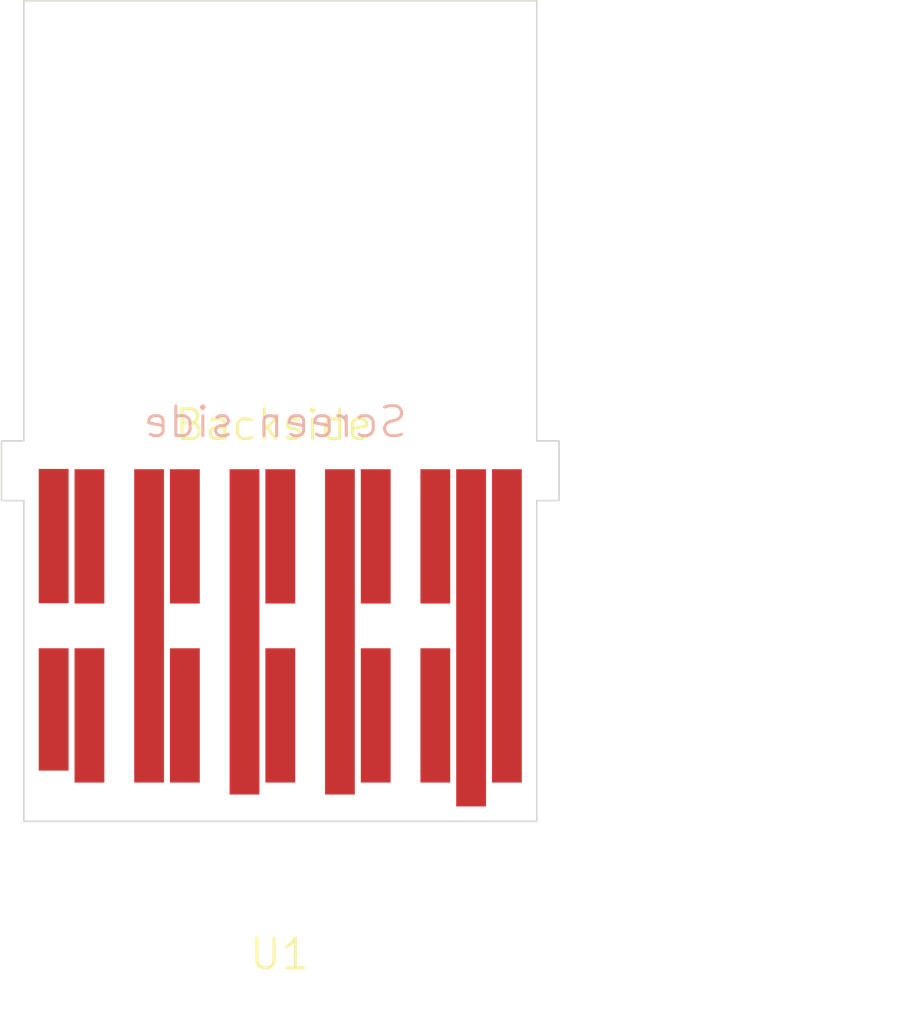
<source format=kicad_pcb>
(kicad_pcb (version 20221018) (generator pcbnew)
  (layers (0 "F.Cu" signal) (31 "B.Cu" signal) (34 "B.Paste" user) (35 "F.Paste" user) (36 "B.SilkS" user "B.Silkscreen") (37 "F.SilkS" user "F.Silkscreen") (38 "B.Mask" user) (39 "F.Mask" user) (44 "Edge.Cuts" user))
  (net 0 "")
  (net 1 "Net-(U1-GND-Pad1)")
  (footprint "gamecard:Gamecard" (layer "F.Cu") (at 142.6464 102.2327)
    (fp_text reference "U1" (at -0.02 4.45 unlocked) (layer "F.SilkS") (effects (font (thickness 0.1))))
    (fp_text value "~")
    (fp_text user "Screen side" (at 4.325 -12.8 unlocked) (layer "B.SilkS") (effects (font (thickness 0.1)) (justify left bottom mirror)))
    (fp_text user "Backside" (at -3.6 -12.7 unlocked) (layer "F.SilkS") (effects (font (thickness 0.1)) (justify left bottom)))
    (fp_line (start -9.35 -12.75) (end -8.6 -12.75) (stroke (width 0.05)) (layer "Edge.Cuts"))
    (fp_line (start -9.35 -10.75) (end -9.35 -12.75) (stroke (width 0.05)) (layer "Edge.Cuts"))
    (fp_line (start -8.6 -27.5) (end -8.6 -12.75) (stroke (width 0.05)) (layer "Edge.Cuts"))
    (fp_line (start -8.6 -10.75) (end -9.35 -10.75) (stroke (width 0.05)) (layer "Edge.Cuts"))
    (fp_line (start -8.6 0) (end -8.6 -10.75) (stroke (width 0.05)) (layer "Edge.Cuts"))
    (fp_line (start -8.6 0) (end 8.6 0) (stroke (width 0.05)) (layer "Edge.Cuts"))
    (fp_line (start 8.6 -12.75) (end 8.6 -27.5) (stroke (width 0.05)) (layer "Edge.Cuts"))
    (fp_line (start 8.6 -10.75) (end 9.35 -10.75) (stroke (width 0.05)) (layer "Edge.Cuts"))
    (fp_line (start 8.6 0) (end 8.6 -10.75) (stroke (width 0.05)) (layer "Edge.Cuts"))
    (fp_line (start 9.35 -12.75) (end 8.6 -12.75) (stroke (width 0.05)) (layer "Edge.Cuts"))
    (fp_line (start 9.35 -10.75) (end 9.35 -12.75) (stroke (width 0.05)) (layer "Edge.Cuts"))
    (pad "1" smd rect (at -7.6 -9.56) (size 1 4.5) (layers "F.Cu" "F.Paste" "F.Mask") (net 1 "Net-(U1-GND-Pad1)"))
    (pad "2" smd rect (at -7.6 -3.75) (size 1 4.1) (layers "F.Cu" "F.Paste" "F.Mask"))
    (pad "3" smd rect (at -6.4 -3.55) (size 1 4.5) (layers "F.Cu" "F.Paste" "F.Mask"))
    (pad "4" smd rect (at -6.4 -9.55) (size 1 4.5) (layers "F.Cu" "F.Paste" "F.Mask"))
    (pad "5" smd rect (at -4.4 -6.55) (size 1 10.5) (layers "F.Cu" "F.Paste" "F.Mask"))
    (pad "6" smd rect (at -3.2 -3.55) (size 1 4.5) (layers "F.Cu" "F.Paste" "F.Mask"))
    (pad "7" smd rect (at -3.2 -9.55) (size 1 4.5) (layers "F.Cu" "F.Paste" "F.Mask"))
    (pad "8" smd rect (at -1.2 -6.35) (size 1 10.9) (layers "F.Cu" "F.Paste" "F.Mask"))
    (pad "9" smd rect (at 0 -3.55) (size 1 4.5) (layers "F.Cu" "F.Paste" "F.Mask"))
    (pad "10" smd rect (at 0 -9.55) (size 1 4.5) (layers "F.Cu" "F.Paste" "F.Mask"))
    (pad "11" smd rect (at 2 -6.35) (size 1 10.9) (layers "F.Cu" "F.Paste" "F.Mask"))
    (pad "12" smd rect (at 3.2 -3.55) (size 1 4.5) (layers "F.Cu" "F.Paste" "F.Mask"))
    (pad "13" smd rect (at 3.2 -9.55) (size 1 4.5) (layers "F.Cu" "F.Paste" "F.Mask"))
    (pad "14" smd rect (at 5.2 -3.55) (size 1 4.5) (layers "F.Cu" "F.Paste" "F.Mask"))
    (pad "15" smd rect (at 5.2 -9.55) (size 1 4.5) (layers "F.Cu" "F.Paste" "F.Mask"))
    (pad "16" smd rect (at 6.4 -6.15) (size 1 11.3) (layers "F.Cu" "F.Paste" "F.Mask") (net 1 "Net-(U1-GND-Pad1)"))
    (pad "17" smd rect (at 7.6 -6.55) (size 1 10.5) (layers "F.Cu" "F.Paste" "F.Mask"))
  )
  (gr_line (start 134.0464 74.7327) (end 151.2464 74.7327) (stroke (width 0.05)) (layer "Edge.Cuts"))
)
</source>
